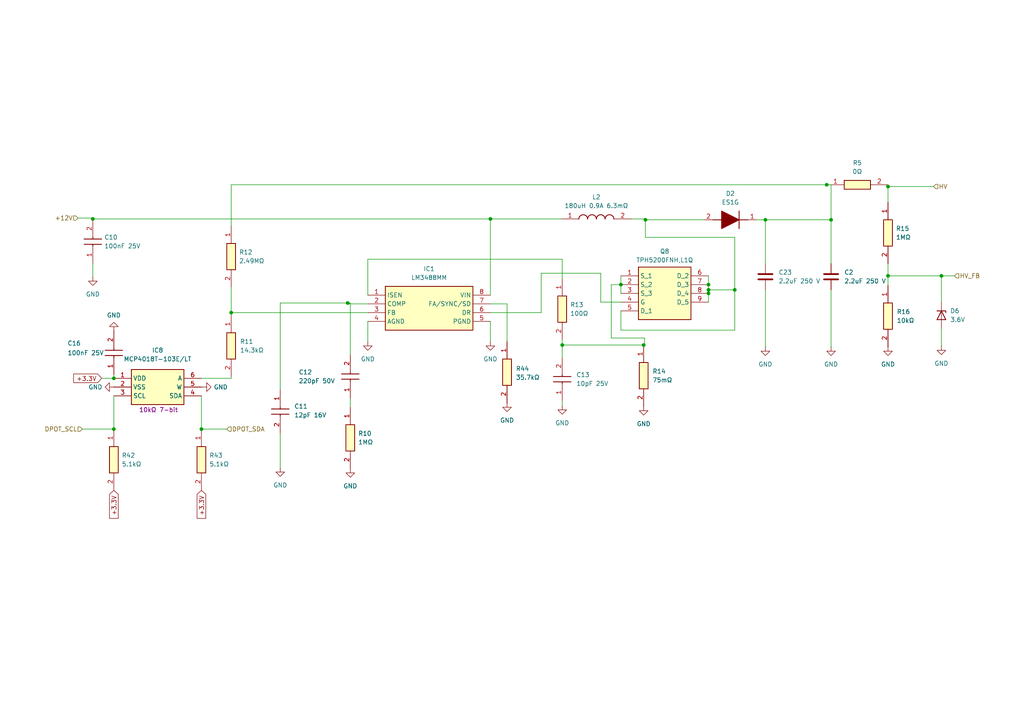
<source format=kicad_sch>
(kicad_sch (version 20231120) (generator "eeschema") (generator_version "8.0")
  (paper "A4")
  (lib_symbols
    (symbol "Device:C" (pin_numbers hide) (pin_names (offset 0.254))
      (property "Reference" "C" (at 0.635 2.54 0))
      (property "Value" "C" (at 0.635 -2.54 0))
      (symbol "C_0_1"
        (polyline (pts (xy -2.032 -0.762) (xy 2.032 -0.762)) (stroke (width 0.508)))
        (polyline (pts (xy -2.032 0.762) (xy 2.032 0.762)) (stroke (width 0.508)))
      )
      (symbol "C_1_1"
        (pin passive line (at 0 3.81 270) (length 2.794) (name "~") (number "1"))
        (pin passive line (at 0 -3.81 90) (length 2.794) (name "~") (number "2"))
      )
    )
    (symbol "Device:D_Zener" (pin_numbers hide) (pin_names (offset 1.016) hide)
      (property "Reference" "D" (at 0 2.54 0))
      (property "Value" "D_Zener" (at 0 -2.54 0))
      (symbol "D_Zener_0_1"
        (polyline (pts (xy 1.27 0) (xy -1.27 0)))
        (polyline (pts (xy -1.27 -1.27) (xy -1.27 1.27) (xy -0.762 1.27)) (stroke (width 0.254)))
        (polyline (pts (xy 1.27 -1.27) (xy 1.27 1.27) (xy -1.27 0) (xy 1.27 -1.27)) (stroke (width 0.254)))
      )
      (symbol "D_Zener_1_1"
        (pin passive line (at -3.81 0 0) (length 2.54) (name "K") (number "1"))
        (pin passive line (at 3.81 0 180) (length 2.54) (name "A") (number "2"))
      )
    )
    (symbol "SamacSys_Parts:74437529203331" (pin_names hide)
      (property "Reference" "L" (at 16.51 6.35 0))
      (property "Value" "74437529203331" (at 16.51 3.81 0))
      (symbol "74437529203331_1_1"
        (arc (start 7.62 0) (mid 6.35 1.219) (end 5.08 0) (stroke (width 0.254)))
        (arc (start 10.16 0) (mid 8.89 1.219) (end 7.62 0) (stroke (width 0.254)))
        (arc (start 12.7 0) (mid 11.43 1.219) (end 10.16 0) (stroke (width 0.254)))
        (arc (start 15.24 0) (mid 13.97 1.219) (end 12.7 0) (stroke (width 0.254)))
        (pin passive line (at 0 0 0) (length 5.08) (name "1") (number "1"))
        (pin passive line (at 20.32 0 180) (length 5.08) (name "2") (number "2"))
      )
    )
    (symbol "SamacSys_Parts:C0805C332K5RACTU" (pin_names hide)
      (property "Reference" "C" (at 8.89 6.35 0))
      (property "Value" "C0805C332K5RACTU" (at 8.89 3.81 0))
      (symbol "C0805C332K5RACTU_1_1"
        (polyline (pts (xy 5.08 0) (xy 5.588 0)) (stroke (width 0.254)))
        (polyline (pts (xy 5.588 2.54) (xy 5.588 -2.54)) (stroke (width 0.254)))
        (polyline (pts (xy 7.112 0) (xy 7.62 0)) (stroke (width 0.254)))
        (polyline (pts (xy 7.112 2.54) (xy 7.112 -2.54)) (stroke (width 0.254)))
        (pin passive line (at 0 0 0) (length 5.08) (name "1") (number "1"))
        (pin passive line (at 12.7 0 180) (length 5.08) (name "2") (number "2"))
      )
    )
    (symbol "SamacSys_Parts:CRCW04022K74FKED" (pin_names hide)
      (property "Reference" "R" (at 13.97 6.35 0))
      (property "Value" "CRCW04022K74FKED" (at 13.97 3.81 0))
      (symbol "CRCW04022K74FKED_1_1"
        (rectangle (start 5.08 1.27) (end 12.7 -1.27) (stroke (width 0.254)) (fill (type background)))
        (pin passive line (at 0 0 0) (length 5.08) (name "1") (number "1"))
        (pin passive line (at 17.78 0 180) (length 5.08) (name "2") (number "2"))
      )
    )
    (symbol "SamacSys_Parts:ERJ-UP6D5101V" (pin_names hide)
      (property "Reference" "R" (at 13.97 6.35 0))
      (property "Value" "ERJ-UP6D5101V" (at 13.97 3.81 0))
      (symbol "ERJ-UP6D5101V_1_1"
        (rectangle (start 5.08 1.27) (end 12.7 -1.27) (stroke (width 0.254)) (fill (type background)))
        (pin passive line (at 0 0 0) (length 5.08) (name "1") (number "1"))
        (pin passive line (at 17.78 0 180) (length 5.08) (name "2") (number "2"))
      )
    )
    (symbol "SamacSys_Parts:ES1G" (pin_names hide)
      (property "Reference" "D" (at 11.43 5.08 0))
      (property "Value" "ES1G" (at 11.43 2.54 0))
      (symbol "ES1G_1_1"
        (polyline (pts (xy 2.54 0) (xy 5.08 0)) (stroke (width 0.254)))
        (polyline (pts (xy 5.08 2.54) (xy 5.08 -2.54)) (stroke (width 0.254)))
        (polyline (pts (xy 10.16 0) (xy 12.7 0)) (stroke (width 0.254)))
        (polyline (pts (xy 5.08 0) (xy 10.16 2.54) (xy 10.16 -2.54) (xy 5.08 0)) (stroke (width 0.254)) (fill (type outline)))
        (pin passive line (at 0 0 0) (length 2.54) (name "K") (number "1"))
        (pin passive line (at 15.24 0 180) (length 2.54) (name "A") (number "2"))
      )
    )
    (symbol "SamacSys_Parts:GRM033R71E101KA01J" (pin_names hide)
      (property "Reference" "C" (at 8.89 6.35 0))
      (property "Value" "GRM033R71E101KA01J" (at 8.89 3.81 0))
      (symbol "GRM033R71E101KA01J_1_1"
        (polyline (pts (xy 5.08 0) (xy 5.588 0)) (stroke (width 0.254)))
        (polyline (pts (xy 5.588 2.54) (xy 5.588 -2.54)) (stroke (width 0.254)))
        (polyline (pts (xy 7.112 0) (xy 7.62 0)) (stroke (width 0.254)))
        (polyline (pts (xy 7.112 2.54) (xy 7.112 -2.54)) (stroke (width 0.254)))
        (pin passive line (at 0 0 0) (length 5.08) (name "1") (number "1"))
        (pin passive line (at 12.7 0 180) (length 5.08) (name "2") (number "2"))
      )
    )
    (symbol "SamacSys_Parts:LM3488MM"
      (property "Reference" "IC" (at 31.75 7.62 0))
      (property "Value" "LM3488MM" (at 31.75 5.08 0))
      (symbol "LM3488MM_1_1"
        (rectangle (start 5.08 2.54) (end 30.48 -10.16) (stroke (width 0.254)) (fill (type background)))
        (pin passive line (at 0 0 0) (length 5.08) (name "ISEN") (number "1"))
        (pin passive line (at 0 -2.54 0) (length 5.08) (name "COMP") (number "2"))
        (pin passive line (at 0 -5.08 0) (length 5.08) (name "FB") (number "3"))
        (pin passive line (at 0 -7.62 0) (length 5.08) (name "AGND") (number "4"))
        (pin passive line (at 35.56 -7.62 180) (length 5.08) (name "PGND") (number "5"))
        (pin passive line (at 35.56 -5.08 180) (length 5.08) (name "DR") (number "6"))
        (pin passive line (at 35.56 -2.54 180) (length 5.08) (name "FA/SYNC/SD") (number "7"))
        (pin passive line (at 35.56 0 180) (length 5.08) (name "VIN") (number "8"))
      )
    )
    (symbol "SamacSys_Parts:MCP4018T-502E_LT"
      (property "Reference" "IC" (at 21.59 7.62 0))
      (property "Value" "MCP4018T-502E_LT" (at 21.59 5.08 0))
      (symbol "MCP4018T-502E_LT_1_1"
        (rectangle (start 5.08 2.54) (end 20.32 -7.62) (stroke (width 0.254)) (fill (type background)))
        (pin passive line (at 0 0 0) (length 5.08) (name "VDD") (number "1"))
        (pin passive line (at 0 -2.54 0) (length 5.08) (name "VSS") (number "2"))
        (pin passive line (at 0 -5.08 0) (length 5.08) (name "SCL") (number "3"))
        (pin passive line (at 25.4 -5.08 180) (length 5.08) (name "SDA") (number "4"))
        (pin passive line (at 25.4 -2.54 180) (length 5.08) (name "W") (number "5"))
        (pin passive line (at 25.4 0 180) (length 5.08) (name "A") (number "6"))
      )
    )
    (symbol "SamacSys_Parts:RK73H2ATTE1003F" (pin_names hide)
      (property "Reference" "R" (at 13.97 6.35 0))
      (property "Value" "RK73H2ATTE1003F" (at 13.97 3.81 0))
      (symbol "RK73H2ATTE1003F_1_1"
        (rectangle (start 5.08 1.27) (end 12.7 -1.27) (stroke (width 0.254)) (fill (type background)))
        (pin passive line (at 0 0 0) (length 5.08) (name "1") (number "1"))
        (pin passive line (at 17.78 0 180) (length 5.08) (name "2") (number "2"))
      )
    )
    (symbol "SamacSys_Parts:TPHR6503PL1,LQ"
      (property "Reference" "Q" (at 21.59 7.62 0))
      (property "Value" "TPHR6503PL1,LQ" (at 21.59 5.08 0))
      (symbol "TPHR6503PL1,LQ_1_1"
        (rectangle (start 5.08 2.54) (end 20.32 -12.7) (stroke (width 0.254)) (fill (type background)))
        (pin passive line (at 0 0 0) (length 5.08) (name "S_1") (number "1"))
        (pin passive line (at 0 -2.54 0) (length 5.08) (name "S_2") (number "2"))
        (pin passive line (at 0 -5.08 0) (length 5.08) (name "S_3") (number "3"))
        (pin passive line (at 0 -7.62 0) (length 5.08) (name "G") (number "4"))
        (pin passive line (at 0 -10.16 0) (length 5.08) (name "D_1") (number "5"))
        (pin passive line (at 25.4 0 180) (length 5.08) (name "D_2") (number "6"))
        (pin passive line (at 25.4 -2.54 180) (length 5.08) (name "D_3") (number "7"))
        (pin passive line (at 25.4 -5.08 180) (length 5.08) (name "D_4") (number "8"))
        (pin passive line (at 25.4 -7.62 180) (length 5.08) (name "D_5") (number "9"))
      )
    )
    (symbol "power:GND" (power) (pin_numbers hide) (pin_names (offset 0) hide)
      (property "Value" "GND" (at 0 -3.81 0))
      (symbol "GND_0_1"
        (polyline (pts (xy 0 0) (xy 0 -1.27) (xy 1.27 -1.27) (xy 0 -2.54) (xy -1.27 -1.27) (xy 0 -1.27)))
      )
      (symbol "GND_1_1"
        (pin power_in line (at 0 0 270) (length 0) (name "~") (number "1"))
      )
    )
  )
  (junction (at 67.056 90.678))
  (junction (at 257.556 80.01))
  (junction (at 187.198 63.754))
  (junction (at 205.486 82.55))
  (junction (at 205.486 85.09))
  (junction (at 273.05 80.01))
  (junction (at 205.486 84.074))
  (junction (at 257.556 54.102))
  (junction (at 58.42 124.46))
  (junction (at 186.69 100.076))
  (junction (at 239.776 53.594))
  (junction (at 142.24 63.5))
  (junction (at 33.02 109.728))
  (junction (at 100.838 87.884))
  (junction (at 213.106 84.074))
  (junction (at 180.086 82.55))
  (junction (at 33.02 124.46))
  (junction (at 221.996 63.754))
  (junction (at 163.068 100.076))
  (junction (at 26.924 63.5))
  (junction (at 241.046 63.754))
  (wire (pts (xy 67.056 90.678) (xy 67.056 91.44)))
  (wire (pts (xy 180.086 95.758) (xy 213.106 95.758)))
  (wire (pts (xy 67.056 83.312) (xy 67.056 90.678)))
  (wire (pts (xy 142.24 93.218) (xy 142.24 99.06)))
  (wire (pts (xy 221.996 63.754) (xy 241.046 63.754)))
  (wire (pts (xy 29.464 109.728) (xy 33.02 109.728)))
  (wire (pts (xy 26.924 63.246) (xy 26.924 63.5)))
  (wire (pts (xy 81.28 125.73) (xy 81.28 135.636)))
  (wire (pts (xy 67.056 109.728) (xy 67.056 109.22)))
  (wire (pts (xy 213.106 84.074) (xy 213.106 95.758)))
  (wire (pts (xy 142.24 85.598) (xy 142.24 63.5)))
  (wire (pts (xy 147.066 99.06) (xy 147.066 88.138)))
  (wire (pts (xy 241.046 63.754) (xy 241.046 76.454)))
  (wire (pts (xy 273.05 100.33) (xy 273.05 95.25)))
  (wire (pts (xy 239.776 53.594) (xy 241.046 53.594)))
  (wire (pts (xy 26.924 76.454) (xy 26.924 80.264)))
  (wire (pts (xy 163.068 80.772) (xy 163.068 75.184)))
  (wire (pts (xy 174.244 79.248) (xy 174.244 87.63)))
  (wire (pts (xy 213.106 68.834) (xy 187.198 68.834)))
  (wire (pts (xy 205.486 84.074) (xy 213.106 84.074)))
  (wire (pts (xy 241.046 84.074) (xy 241.046 100.584)))
  (wire (pts (xy 58.42 112.268) (xy 58.674 112.268)))
  (wire (pts (xy 177.292 98.044) (xy 186.944 98.044)))
  (wire (pts (xy 67.056 53.594) (xy 239.776 53.594)))
  (wire (pts (xy 177.292 82.55) (xy 177.292 98.044)))
  (wire (pts (xy 163.068 100.076) (xy 186.69 100.076)))
  (wire (pts (xy 221.996 84.074) (xy 221.996 100.584)))
  (wire (pts (xy 205.486 85.09) (xy 205.486 87.63)))
  (wire (pts (xy 58.42 109.728) (xy 67.056 109.728)))
  (wire (pts (xy 147.066 88.138) (xy 142.24 88.138)))
  (wire (pts (xy 106.68 90.678) (xy 67.056 90.678)))
  (wire (pts (xy 257.556 54.102) (xy 257.556 58.674)))
  (wire (pts (xy 58.42 114.808) (xy 58.42 124.46)))
  (wire (pts (xy 205.486 82.55) (xy 205.486 84.074)))
  (wire (pts (xy 186.944 98.044) (xy 186.944 100.076)))
  (wire (pts (xy 187.198 63.754) (xy 204.216 63.754)))
  (wire (pts (xy 101.6 115.57) (xy 101.6 118.11)))
  (wire (pts (xy 106.68 93.218) (xy 106.68 99.06)))
  (wire (pts (xy 183.134 63.5) (xy 187.198 63.5)))
  (wire (pts (xy 26.924 63.5) (xy 142.24 63.5)))
  (wire (pts (xy 174.244 87.63) (xy 180.086 87.63)))
  (wire (pts (xy 22.606 63.246) (xy 26.924 63.246)))
  (wire (pts (xy 26.924 63.5) (xy 26.924 63.754)))
  (wire (pts (xy 100.838 88.138) (xy 100.838 87.884)))
  (wire (pts (xy 174.244 79.248) (xy 156.972 79.248)))
  (wire (pts (xy 273.05 80.01) (xy 273.05 87.63)))
  (wire (pts (xy 187.198 63.754) (xy 187.198 63.5)))
  (wire (pts (xy 257.556 76.454) (xy 257.556 80.01)))
  (wire (pts (xy 67.056 53.594) (xy 67.056 65.532)))
  (wire (pts (xy 106.68 75.184) (xy 106.68 85.598)))
  (wire (pts (xy 257.556 53.594) (xy 257.556 54.102)))
  (wire (pts (xy 142.24 63.5) (xy 162.814 63.5)))
  (wire (pts (xy 270.764 54.102) (xy 257.556 54.102)))
  (wire (pts (xy 221.996 63.754) (xy 221.996 76.454)))
  (wire (pts (xy 213.106 68.834) (xy 213.106 84.074)))
  (wire (pts (xy 205.486 80.01) (xy 205.486 82.55)))
  (wire (pts (xy 163.068 116.332) (xy 163.068 117.602)))
  (wire (pts (xy 180.086 80.01) (xy 180.086 82.55)))
  (wire (pts (xy 33.02 124.206) (xy 33.02 114.808)))
  (wire (pts (xy 163.068 100.076) (xy 163.068 98.552)))
  (wire (pts (xy 101.6 102.87) (xy 101.6 87.884)))
  (wire (pts (xy 23.876 124.46) (xy 33.02 124.46)))
  (wire (pts (xy 180.086 82.55) (xy 180.086 85.09)))
  (wire (pts (xy 156.972 79.248) (xy 156.972 90.678)))
  (wire (pts (xy 106.68 75.184) (xy 163.068 75.184)))
  (wire (pts (xy 33.02 108.712) (xy 33.02 109.728)))
  (wire (pts (xy 33.274 124.46) (xy 33.274 124.206)))
  (wire (pts (xy 205.486 84.074) (xy 205.486 85.09)))
  (wire (pts (xy 81.28 87.884) (xy 100.838 87.884)))
  (wire (pts (xy 257.556 80.01) (xy 273.05 80.01)))
  (wire (pts (xy 100.838 88.138) (xy 106.68 88.138)))
  (wire (pts (xy 257.556 82.804) (xy 257.556 80.01)))
  (wire (pts (xy 180.086 90.17) (xy 180.086 95.758)))
  (wire (pts (xy 58.42 124.46) (xy 65.786 124.46)))
  (wire (pts (xy 142.24 90.678) (xy 156.972 90.678)))
  (wire (pts (xy 33.274 124.206) (xy 33.02 124.206)))
  (wire (pts (xy 81.28 87.884) (xy 81.28 113.03)))
  (wire (pts (xy 273.05 80.01) (xy 276.86 80.01)))
  (wire (pts (xy 219.456 63.754) (xy 221.996 63.754)))
  (wire (pts (xy 101.6 87.884) (xy 100.838 87.884)))
  (wire (pts (xy 163.068 103.632) (xy 163.068 100.076)))
  (wire (pts (xy 180.086 82.55) (xy 177.292 82.55)))
  (wire (pts (xy 186.944 100.076) (xy 186.69 100.076)))
  (wire (pts (xy 187.198 68.834) (xy 187.198 63.754)))
  (wire (pts (xy 241.046 63.754) (xy 241.046 53.594)))
  (wire (pts (xy 33.02 124.46) (xy 33.274 124.46)))
  (global_label "+3.3V" (shape input) (at 29.464 109.728 180) (property "Intersheetrefs" "${INTERSHEET_REFS}" (effects (hide yes))))
  (global_label "+3.3V" (shape input) (at 58.42 142.24 270) (property "Intersheetrefs" "${INTERSHEET_REFS}" (effects (hide yes))))
  (global_label "+3.3V" (shape input) (at 33.02 142.24 270) (property "Intersheetrefs" "${INTERSHEET_REFS}" (effects (hide yes))))
  (hierarchical_label "HV" (shape input) (at 270.764 54.102 0))
  (hierarchical_label "DPOT_SCL" (shape input) (at 23.876 124.46 180))
  (hierarchical_label "DPOT_SDA" (shape input) (at 65.786 124.46 0))
  (hierarchical_label "+12V" (shape input) (at 22.606 63.246 180))
  (hierarchical_label "HV_FB" (shape input) (at 276.86 80.01 0))
  (symbol (lib_id "Device:D_Zener") (at 273.05 91.44 270) (unit 1)
    (property "Reference" "D6" (at 275.59 90.1699 90) (effects (justify left)))
    (property "Value" "3.6V" (at 275.59 92.7099 90) (effects (justify left)))
    (property "Footprint" "Diode_SMD:D_0805_2012Metric_Pad1.15x1.40mm_HandSolder" (effects (hide yes)))
    (property "Description" "Zener diode" (effects (hide yes)))
  )
  (symbol (lib_id "SamacSys_Parts:CRCW04022K74FKED") (at 239.776 53.594 0) (unit 1)
    (property "Reference" "R5" (at 248.666 47.244 0))
    (property "Value" "0Ω" (at 248.666 49.784 0))
    (property "Footprint" "Resistor_SMD:R_0805_2012Metric_Pad1.20x1.40mm_HandSolder" (effects (hide yes)))
    (property "Datasheet" "http://www.vishay.com/docs/20035/dcrcwe3.pdf" (effects (hide yes)))
    (property "Description" "CRCW0402 Resistor T/R 0.063W,1%,2K74 Vishay CRCW Series Thick Film Surface Mount Resistor 0402 Case 2.74k?? ??1% 0.063W ??100ppm/??C" (effects (hide yes)))
    (property "Height" "0.4" (effects (hide yes)))
    (property "Mouser Part Number" "71-CRCW0402-2.74K-E3" (effects (hide yes)))
    (property "Mouser Price/Stock" "https://www.mouser.co.uk/ProductDetail/Vishay-Dale/CRCW04022K74FKED?qs=hD42E%2F8yzjqhiq0MwGcz5A%3D%3D" (effects (hide yes)))
    (property "Manufacturer_Name" "Vishay" (effects (hide yes)))
    (property "Manufacturer_Part_Number" "CRCW04022K74FKED" (effects (hide yes)))
  )
  (symbol (lib_id "power:GND") (at 33.02 96.012 180) (unit 1)
    (property "Reference" "#PWR043" (effects (hide yes)))
    (property "Value" "GND" (at 33.02 91.44 0))
    (property "Description" "Power symbol creates a global label with name \"GND\" , ground" (effects (hide yes)))
  )
  (symbol (lib_id "Device:C") (at 221.996 80.264 0) (unit 1)
    (property "Reference" "C23" (at 225.806 78.9939 0) (effects (justify left)))
    (property "Value" "2.2uF 250 V" (at 225.806 81.5339 0) (effects (justify left)))
    (property "Footprint" "Capacitor_SMD:C_2220_5750Metric_Pad1.97x5.40mm_HandSolder" (effects (hide yes)))
    (property "Datasheet" "https://www.mouser.pl/ProductDetail/Walsin/2220B225K251CT?qs=sGAEpiMZZMuMW9TJLBQkXvktLz2usZXLDwQYBV3X4cc%3D" (effects (hide yes)))
    (property "Description" "Unpolarized capacitor" (effects (hide yes)))
  )
  (symbol (lib_id "power:GND") (at 81.28 135.636 0) (unit 1)
    (property "Reference" "#PWR022" (effects (hide yes)))
    (property "Value" "GND" (at 81.28 140.716 0))
    (property "Description" "Power symbol creates a global label with name \"GND\" , ground" (effects (hide yes)))
  )
  (symbol (lib_id "SamacSys_Parts:GRM033R71E101KA01J") (at 101.6 115.57 90) (unit 1)
    (property "Reference" "C12" (at 86.614 107.95 90) (effects (justify right)))
    (property "Value" "220pF 50V" (at 86.614 110.49 90) (effects (justify right)))
    (property "Footprint" "Capacitor_SMD:C_0805_2012Metric_Pad1.18x1.45mm_HandSolder" (effects (hide yes)))
    (property "Datasheet" "https://search.murata.co.jp/Ceramy/image/img/A01X/G101/ENG/GRM033R71E101KA01-01A.pdf" (effects (hide yes)))
    (property "Description" "Multilayer Ceramic Capacitors MLCC - SMD/SMT 100pF 25 volts 10%" (effects (hide yes)))
    (property "Height" "0.5" (effects (hide yes)))
    (property "Mouser Part Number" "81-GRM033R71E101KA1J" (effects (hide yes)))
    (property "Mouser Price/Stock" "https://www.mouser.co.uk/ProductDetail/Murata-Electronics/GRM033R71E101KA01J?qs=563MOeNa05Lmru4oTW10Jw%3D%3D" (effects (hide yes)))
    (property "Manufacturer_Name" "Murata Electronics" (effects (hide yes)))
    (property "Manufacturer_Part_Number" "GRM033R71E101KA01J" (effects (hide yes)))
  )
  (symbol (lib_id "SamacSys_Parts:74437529203331") (at 162.814 63.5 0) (unit 1)
    (property "Reference" "L2" (at 172.974 57.15 0))
    (property "Value" "180uH 0.9A 6.3mΩ" (at 172.974 59.69 0))
    (property "Footprint" "Inductor_SMD:L_12x12mm_H6mm" (effects (hide yes)))
    (property "Datasheet" "https://katalog.we-online.de/pbs/datasheet/74437529203331.pdf" (effects (hide yes)))
    (property "Description" "WURTH ELEKTRONIK - 74437529203331 - INDUCTOR, 330UH, 6.1A, 20%, SHIELDED" (effects (hide yes)))
    (property "Height" "20.5" (effects (hide yes)))
    (property "Mouser Part Number" "710-74437529203331" (effects (hide yes)))
    (property "Mouser Price/Stock" "https://www.mouser.co.uk/ProductDetail/Wurth-Elektronik/74437529203331?qs=f9yNj16SXrJKb%252BtIC2CsHA%3D%3D" (effects (hide yes)))
    (property "Manufacturer_Name" "Wurth Elektronik" (effects (hide yes)))
    (property "Manufacturer_Part_Number" "74437529203331" (effects (hide yes)))
  )
  (symbol (lib_id "Device:C") (at 241.046 80.264 0) (unit 1)
    (property "Reference" "C2" (at 244.856 78.9939 0) (effects (justify left)))
    (property "Value" "2.2uF 250 V" (at 244.856 81.5339 0) (effects (justify left)))
    (property "Footprint" "Capacitor_SMD:C_2220_5750Metric_Pad1.97x5.40mm_HandSolder" (effects (hide yes)))
    (property "Datasheet" "https://www.mouser.pl/ProductDetail/Walsin/2220B225K251CT?qs=sGAEpiMZZMuMW9TJLBQkXvktLz2usZXLDwQYBV3X4cc%3D" (effects (hide yes)))
    (property "Description" "Unpolarized capacitor" (effects (hide yes)))
  )
  (symbol (lib_id "SamacSys_Parts:ERJ-UP6D5101V") (at 58.42 124.46 270) (unit 1)
    (property "Reference" "R43" (at 60.706 132.0799 90) (effects (justify left)))
    (property "Value" "5.1kΩ" (at 60.706 134.6199 90) (effects (justify left)))
    (property "Footprint" "Resistor_SMD:R_0805_2012Metric_Pad1.20x1.40mm_HandSolder" (effects (hide yes)))
    (property "Datasheet" "https://industrial.panasonic.com/cdbs/www-data/pdf/RDP0000/AOA0000C337.pdf" (effects (hide yes)))
    (property "Description" "Anti-Sulfurated Thick Film Chip Resistors/ Anti-Surge Type, Power Rating (W): 0.5, Chip Size (LxW(EIA)) (mm): 2.0 x 1.25 (EIA:0805), Resistance Values (?): 5100, Resistance Tolerance (%): 0.5, T.C.R (?102/K): ?100" (effects (hide yes)))
    (property "Height" "0.7" (effects (hide yes)))
    (property "Mouser Part Number" "667-ERJ-UP6D5101V" (effects (hide yes)))
    (property "Mouser Price/Stock" "https://www.mouser.co.uk/ProductDetail/Panasonic/ERJ-UP6D5101V?qs=ZcfC38r4Pouz7%2FLHthUDHQ%3D%3D" (effects (hide yes)))
    (property "Manufacturer_Name" "Panasonic" (effects (hide yes)))
    (property "Manufacturer_Part_Number" "ERJ-UP6D5101V" (effects (hide yes)))
  )
  (symbol (lib_id "power:GND") (at 58.674 112.268 90) (unit 1)
    (property "Reference" "#PWR024" (effects (hide yes)))
    (property "Value" "GND" (at 61.976 112.2679 90) (effects (justify right)))
    (property "Description" "Power symbol creates a global label with name \"GND\" , ground" (effects (hide yes)))
  )
  (symbol (lib_id "SamacSys_Parts:CRCW04022K74FKED") (at 101.6 118.11 270) (unit 1)
    (property "Reference" "R10" (at 103.886 125.7299 90) (effects (justify left)))
    (property "Value" "1MΩ" (at 103.886 128.2699 90) (effects (justify left)))
    (property "Footprint" "Resistor_SMD:R_1206_3216Metric_Pad1.30x1.75mm_HandSolder" (effects (hide yes)))
    (property "Datasheet" "http://www.vishay.com/docs/20035/dcrcwe3.pdf" (effects (hide yes)))
    (property "Description" "CRCW0402 Resistor T/R 0.063W,1%,2K74 Vishay CRCW Series Thick Film Surface Mount Resistor 0402 Case 2.74k?? ??1% 0.063W ??100ppm/??C" (effects (hide yes)))
    (property "Height" "0.4" (effects (hide yes)))
    (property "Mouser Part Number" "71-CRCW0402-2.74K-E3" (effects (hide yes)))
    (property "Mouser Price/Stock" "https://www.mouser.co.uk/ProductDetail/Vishay-Dale/CRCW04022K74FKED?qs=hD42E%2F8yzjqhiq0MwGcz5A%3D%3D" (effects (hide yes)))
    (property "Manufacturer_Name" "Vishay" (effects (hide yes)))
    (property "Manufacturer_Part_Number" "CRCW04022K74FKED" (effects (hide yes)))
  )
  (symbol (lib_id "SamacSys_Parts:ES1G") (at 219.456 63.754 180) (unit 1)
    (property "Reference" "D2" (at 211.836 56.134 0))
    (property "Value" "ES1G" (at 211.836 58.674 0))
    (property "Footprint" "DIOM5227X260N" (effects (hide yes)))
    (property "Datasheet" "https://www.onsemi.com/pdf/datasheet/es1j-d.pdf" (effects (hide yes)))
    (property "Description" "Rectifiers 1.0 A Ultra Fast Recovery Rect" (effects (hide yes)))
    (property "Height" "2.6" (effects (hide yes)))
    (property "Mouser Part Number" "512-ES1G" (effects (hide yes)))
    (property "Mouser Price/Stock" "https://www.mouser.co.uk/ProductDetail/onsemi-Fairchild/ES1G?qs=ZaZfTJZxipjU7h0zd5PGAw%3D%3D" (effects (hide yes)))
    (property "Manufacturer_Name" "onsemi" (effects (hide yes)))
    (property "Manufacturer_Part_Number" "ES1G" (effects (hide yes)))
  )
  (symbol (lib_id "power:GND") (at 273.05 100.33 0) (unit 1)
    (property "Reference" "#PWR05" (effects (hide yes)))
    (property "Value" "GND" (at 273.05 105.41 0))
    (property "Description" "Power symbol creates a global label with name \"GND\" , ground" (effects (hide yes)))
  )
  (symbol (lib_id "SamacSys_Parts:MCP4018T-502E_LT") (at 33.02 109.728 0) (unit 1)
    (property "Reference" "IC8" (at 45.72 101.6 0))
    (property "Value" "MCP4018T-103E/LT" (at 45.72 104.14 0))
    (property "Footprint" "SOT65P210X110-6N" (effects (hide yes)))
    (property "Datasheet" "https://datasheet.datasheetarchive.com/originals/distributors/Datasheets-DGA14/624353.pdf" (effects (hide yes)))
    (property "Description" "10kΩ 7-bit" (at 45.974 118.872 0))
    (property "Height" "1.1" (effects (hide yes)))
    (property "Mouser Part Number" "579-MCP4018T502ELT" (effects (hide yes)))
    (property "Mouser Price/Stock" "https://www.mouser.co.uk/ProductDetail/Microchip-Technology/MCP4018T-502E-LT?qs=b4vKS93X7SzuTyLLpFMzBg%3D%3D" (effects (hide yes)))
    (property "Manufacturer_Name" "Microchip" (effects (hide yes)))
    (property "Manufacturer_Part_Number" "MCP4018T-502E/LT" (effects (hide yes)))
  )
  (symbol (lib_id "SamacSys_Parts:CRCW04022K74FKED") (at 257.556 82.804 270) (unit 1)
    (property "Reference" "R16" (at 260.096 90.4239 90) (effects (justify left)))
    (property "Value" "10kΩ" (at 260.096 92.9639 90) (effects (justify left)))
    (property "Footprint" "Resistor_SMD:R_0805_2012Metric_Pad1.20x1.40mm_HandSolder" (effects (hide yes)))
    (property "Datasheet" "http://www.vishay.com/docs/20035/dcrcwe3.pdf" (effects (hide yes)))
    (property "Description" "CRCW0402 Resistor T/R 0.063W,1%,2K74 Vishay CRCW Series Thick Film Surface Mount Resistor 0402 Case 2.74k?? ??1% 0.063W ??100ppm/??C" (effects (hide yes)))
    (property "Height" "0.4" (effects (hide yes)))
    (property "Mouser Part Number" "71-CRCW0402-2.74K-E3" (effects (hide yes)))
    (property "Mouser Price/Stock" "https://www.mouser.co.uk/ProductDetail/Vishay-Dale/CRCW04022K74FKED?qs=hD42E%2F8yzjqhiq0MwGcz5A%3D%3D" (effects (hide yes)))
    (property "Manufacturer_Name" "Vishay" (effects (hide yes)))
    (property "Manufacturer_Part_Number" "CRCW04022K74FKED" (effects (hide yes)))
  )
  (symbol (lib_id "power:GND") (at 106.68 99.06 0) (unit 1)
    (property "Reference" "#PWR018" (effects (hide yes)))
    (property "Value" "GND" (at 106.68 104.14 0))
    (property "Description" "Power symbol creates a global label with name \"GND\" , ground" (effects (hide yes)))
  )
  (symbol (lib_id "power:GND") (at 257.556 100.584 0) (unit 1)
    (property "Reference" "#PWR042" (effects (hide yes)))
    (property "Value" "GND" (at 257.556 105.664 0))
    (property "Description" "Power symbol creates a global label with name \"GND\" , ground" (effects (hide yes)))
  )
  (symbol (lib_id "SamacSys_Parts:GRM033R71E101KA01J") (at 163.068 116.332 90) (unit 1)
    (property "Reference" "C13" (at 167.132 108.7119 90) (effects (justify right)))
    (property "Value" "10pF 25V" (at 167.132 111.2519 90) (effects (justify right)))
    (property "Footprint" "Capacitor_SMD:C_0805_2012Metric_Pad1.18x1.45mm_HandSolder" (effects (hide yes)))
    (property "Datasheet" "https://search.murata.co.jp/Ceramy/image/img/A01X/G101/ENG/GRM033R71E101KA01-01A.pdf" (effects (hide yes)))
    (property "Description" "Multilayer Ceramic Capacitors MLCC - SMD/SMT 100pF 25 volts 10%" (effects (hide yes)))
    (property "Height" "0.5" (effects (hide yes)))
    (property "Mouser Part Number" "81-GRM033R71E101KA1J" (effects (hide yes)))
    (property "Mouser Price/Stock" "https://www.mouser.co.uk/ProductDetail/Murata-Electronics/GRM033R71E101KA01J?qs=563MOeNa05Lmru4oTW10Jw%3D%3D" (effects (hide yes)))
    (property "Manufacturer_Name" "Murata Electronics" (effects (hide yes)))
    (property "Manufacturer_Part_Number" "GRM033R71E101KA01J" (effects (hide yes)))
  )
  (symbol (lib_id "SamacSys_Parts:TPHR6503PL1,LQ") (at 180.086 80.01 0) (unit 1)
    (property "Reference" "Q8" (at 192.786 72.898 0))
    (property "Value" "TPH5200FNH,L1Q" (at 192.786 75.438 0))
    (property "Footprint" "TPHR6503PL1LQ" (effects (hide yes)))
    (property "Datasheet" "https://toshiba.semicon-storage.com/eu/semiconductor/product/mosfets/12v-300v-mosfets/detail.TPHR6503PL1.html" (effects (hide yes)))
    (property "Description" "N-Channel 30 V 150A (Tc) 960mW (Ta), 210W (Tc) Surface Mount 8-SOP Advance (5x5.75)" (effects (hide yes)))
    (property "Height" "1.1" (effects (hide yes)))
    (property "Mouser Part Number" "757-TPHR6503PL1LQ" (effects (hide yes)))
    (property "Mouser Price/Stock" "https://www.mouser.co.uk/ProductDetail/Toshiba/TPHR6503PL1LQ?qs=QNEnbhJQKvYzrm%252BVKo%252BntQ%3D%3D" (effects (hide yes)))
    (property "Manufacturer_Name" "Toshiba" (effects (hide yes)))
    (property "Manufacturer_Part_Number" "TPHR6503PL1,LQ" (effects (hide yes)))
  )
  (symbol (lib_id "SamacSys_Parts:CRCW04022K74FKED") (at 67.056 65.532 270) (unit 1)
    (property "Reference" "R12" (at 69.342 73.1519 90) (effects (justify left)))
    (property "Value" "2.49MΩ" (at 69.342 75.6919 90) (effects (justify left)))
    (property "Footprint" "Resistor_SMD:R_1206_3216Metric_Pad1.30x1.75mm_HandSolder" (effects (hide yes)))
    (property "Datasheet" "http://www.vishay.com/docs/20035/dcrcwe3.pdf" (effects (hide yes)))
    (property "Description" "CRCW0402 Resistor T/R 0.063W,1%,2K74 Vishay CRCW Series Thick Film Surface Mount Resistor 0402 Case 2.74k?? ??1% 0.063W ??100ppm/??C" (effects (hide yes)))
    (property "Height" "0.4" (effects (hide yes)))
    (property "Mouser Part Number" "71-CRCW0402-2.74K-E3" (effects (hide yes)))
    (property "Mouser Price/Stock" "https://www.mouser.co.uk/ProductDetail/Vishay-Dale/CRCW04022K74FKED?qs=hD42E%2F8yzjqhiq0MwGcz5A%3D%3D" (effects (hide yes)))
    (property "Manufacturer_Name" "Vishay" (effects (hide yes)))
    (property "Manufacturer_Part_Number" "CRCW04022K74FKED" (effects (hide yes)))
  )
  (symbol (lib_id "SamacSys_Parts:RK73H2ATTE1003F") (at 147.066 99.06 270) (unit 1)
    (property "Reference" "R44" (at 149.606 106.934 90) (effects (justify left)))
    (property "Value" "35.7kΩ" (at 149.606 109.474 90) (effects (justify left)))
    (property "Footprint" "Resistor_SMD:R_0805_2012Metric_Pad1.20x1.40mm_HandSolder" (effects (hide yes)))
    (property "Datasheet" "http://www.koaspeer.com/catimages/Products/RK73H/RK73H.pdf" (effects (hide yes)))
    (property "Description" "Thick Film Resistors - SMD 1/4W 100K OHM 1%" (effects (hide yes)))
    (property "Height" "0.6" (effects (hide yes)))
    (property "Mouser Part Number" "660-RK73H2ATTE1003F" (effects (hide yes)))
    (property "Mouser Price/Stock" "https://www.mouser.co.uk/ProductDetail/KOA-Speer/RK73H2ATTE1003F?qs=JXEKNMc11mPgE5iv74bcPQ%3D%3D" (effects (hide yes)))
    (property "Manufacturer_Name" "KOA Speer" (effects (hide yes)))
    (property "Manufacturer_Part_Number" "RK73H2ATTE1003F" (effects (hide yes)))
  )
  (symbol (lib_id "SamacSys_Parts:CRCW04022K74FKED") (at 67.056 91.44 270) (unit 1)
    (property "Reference" "R11" (at 69.596 99.0599 90) (effects (justify left)))
    (property "Value" "14.3kΩ" (at 69.596 101.5999 90) (effects (justify left)))
    (property "Footprint" "Resistor_SMD:R_0805_2012Metric_Pad1.20x1.40mm_HandSolder" (effects (hide yes)))
    (property "Datasheet" "http://www.vishay.com/docs/20035/dcrcwe3.pdf" (effects (hide yes)))
    (property "Description" "CRCW0402 Resistor T/R 0.063W,1%,2K74 Vishay CRCW Series Thick Film Surface Mount Resistor 0402 Case 2.74k?? ??1% 0.063W ??100ppm/??C" (effects (hide yes)))
    (property "Height" "0.4" (effects (hide yes)))
    (property "Mouser Part Number" "71-CRCW0402-2.74K-E3" (effects (hide yes)))
    (property "Mouser Price/Stock" "https://www.mouser.co.uk/ProductDetail/Vishay-Dale/CRCW04022K74FKED?qs=hD42E%2F8yzjqhiq0MwGcz5A%3D%3D" (effects (hide yes)))
    (property "Manufacturer_Name" "Vishay" (effects (hide yes)))
    (property "Manufacturer_Part_Number" "CRCW04022K74FKED" (effects (hide yes)))
  )
  (symbol (lib_id "SamacSys_Parts:LM3488MM") (at 106.68 85.598 0) (unit 1)
    (property "Reference" "IC1" (at 124.46 77.978 0))
    (property "Value" "LM3488MM" (at 124.46 80.518 0))
    (property "Footprint" "SOP65P490X110-8N" (effects (hide yes)))
    (property "Datasheet" "http://www.ti.com/lit/ds/symlink/lm3488.pdf" (effects (hide yes)))
    (property "Description" "2.97V to 40V Wide Vin Low-Side N-Channel Controller for Switching Regulators" (effects (hide yes)))
    (property "Height" "1.1" (effects (hide yes)))
    (property "Mouser Part Number" "926-LM3488MM" (effects (hide yes)))
    (property "Mouser Price/Stock" "https://www.mouser.co.uk/ProductDetail/Texas-Instruments/LM3488MM?qs=X1J7HmVL2ZF99wiIrTysxw%3D%3D" (effects (hide yes)))
    (property "Manufacturer_Name" "Texas Instruments" (effects (hide yes)))
    (property "Manufacturer_Part_Number" "LM3488MM" (effects (hide yes)))
  )
  (symbol (lib_id "SamacSys_Parts:GRM033R71E101KA01J") (at 33.02 108.712 90) (unit 1)
    (property "Reference" "C16" (at 19.558 99.568 90) (effects (justify right)))
    (property "Value" "100nF 25V" (at 19.558 102.362 90) (effects (justify right)))
    (property "Footprint" "Capacitor_SMD:C_0805_2012Metric_Pad1.18x1.45mm_HandSolder" (effects (hide yes)))
    (property "Datasheet" "https://search.murata.co.jp/Ceramy/image/img/A01X/G101/ENG/GRM033R71E101KA01-01A.pdf" (effects (hide yes)))
    (property "Description" "Multilayer Ceramic Capacitors MLCC - SMD/SMT 100pF 25 volts 10%" (effects (hide yes)))
    (property "Height" "0.5" (effects (hide yes)))
    (property "Mouser Part Number" "81-GRM033R71E101KA1J" (effects (hide yes)))
    (property "Mouser Price/Stock" "https://www.mouser.co.uk/ProductDetail/Murata-Electronics/GRM033R71E101KA01J?qs=563MOeNa05Lmru4oTW10Jw%3D%3D" (effects (hide yes)))
    (property "Manufacturer_Name" "Murata Electronics" (effects (hide yes)))
    (property "Manufacturer_Part_Number" "GRM033R71E101KA01J" (effects (hide yes)))
  )
  (symbol (lib_id "SamacSys_Parts:CRCW04022K74FKED") (at 257.556 58.674 270) (unit 1)
    (property "Reference" "R15" (at 259.842 66.2939 90) (effects (justify left)))
    (property "Value" "1MΩ" (at 259.842 68.8339 90) (effects (justify left)))
    (property "Footprint" "Resistor_SMD:R_1206_3216Metric_Pad1.30x1.75mm_HandSolder" (effects (hide yes)))
    (property "Datasheet" "http://www.vishay.com/docs/20035/dcrcwe3.pdf" (effects (hide yes)))
    (property "Description" "CRCW0402 Resistor T/R 0.063W,1%,2K74 Vishay CRCW Series Thick Film Surface Mount Resistor 0402 Case 2.74k?? ??1% 0.063W ??100ppm/??C" (effects (hide yes)))
    (property "Height" "0.4" (effects (hide yes)))
    (property "Mouser Part Number" "71-CRCW0402-2.74K-E3" (effects (hide yes)))
    (property "Mouser Price/Stock" "https://www.mouser.co.uk/ProductDetail/Vishay-Dale/CRCW04022K74FKED?qs=hD42E%2F8yzjqhiq0MwGcz5A%3D%3D" (effects (hide yes)))
    (property "Manufacturer_Name" "Vishay" (effects (hide yes)))
    (property "Manufacturer_Part_Number" "CRCW04022K74FKED" (effects (hide yes)))
  )
  (symbol (lib_id "power:GND") (at 241.046 100.584 0) (unit 1)
    (property "Reference" "#PWR027" (effects (hide yes)))
    (property "Value" "GND" (at 241.046 105.664 0))
    (property "Description" "Power symbol creates a global label with name \"GND\" , ground" (effects (hide yes)))
  )
  (symbol (lib_id "SamacSys_Parts:ERJ-UP6D5101V") (at 33.02 124.46 270) (unit 1)
    (property "Reference" "R42" (at 35.306 132.0799 90) (effects (justify left)))
    (property "Value" "5.1kΩ" (at 35.306 134.6199 90) (effects (justify left)))
    (property "Footprint" "Resistor_SMD:R_0805_2012Metric_Pad1.20x1.40mm_HandSolder" (effects (hide yes)))
    (property "Datasheet" "https://industrial.panasonic.com/cdbs/www-data/pdf/RDP0000/AOA0000C337.pdf" (effects (hide yes)))
    (property "Description" "Anti-Sulfurated Thick Film Chip Resistors/ Anti-Surge Type, Power Rating (W): 0.5, Chip Size (LxW(EIA)) (mm): 2.0 x 1.25 (EIA:0805), Resistance Values (?): 5100, Resistance Tolerance (%): 0.5, T.C.R (?102/K): ?100" (effects (hide yes)))
    (property "Height" "0.7" (effects (hide yes)))
    (property "Mouser Part Number" "667-ERJ-UP6D5101V" (effects (hide yes)))
    (property "Mouser Price/Stock" "https://www.mouser.co.uk/ProductDetail/Panasonic/ERJ-UP6D5101V?qs=ZcfC38r4Pouz7%2FLHthUDHQ%3D%3D" (effects (hide yes)))
    (property "Manufacturer_Name" "Panasonic" (effects (hide yes)))
    (property "Manufacturer_Part_Number" "ERJ-UP6D5101V" (effects (hide yes)))
  )
  (symbol (lib_id "power:GND") (at 101.6 135.89 0) (unit 1)
    (property "Reference" "#PWR023" (effects (hide yes)))
    (property "Value" "GND" (at 101.6 140.97 0))
    (property "Description" "Power symbol creates a global label with name \"GND\" , ground" (effects (hide yes)))
  )
  (symbol (lib_id "SamacSys_Parts:C0805C332K5RACTU") (at 81.28 113.03 270) (unit 1)
    (property "Reference" "C11" (at 85.344 117.8559 90) (effects (justify left)))
    (property "Value" "12pF 16V" (at 85.344 120.3959 90) (effects (justify left)))
    (property "Footprint" "C0805" (effects (hide yes)))
    (property "Datasheet" "Capacitor_SMD:C_0805_2012Metric_Pad1.18x1.45mm_HandSolder" (effects (hide yes)))
    (property "Description" "SMD Comm X7R, Ceramic, 3300 pF, 10%, 50 VDC, 125 VDC, 125C, -55C, X7R, SMD, MLCC, Temperature Stable, Class II, 2.5 % , 100 GOhms, 11 mg, 0805, 2mm, 1.25mm, 0.78mm, 0.75mm, 0.5mm, 4000, 78  Weeks, 80" (effects (hide yes)))
    (property "Height" "1.1" (effects (hide yes)))
    (property "Mouser Part Number" "80-C0805C332K5R" (effects (hide yes)))
    (property "Mouser Price/Stock" "https://www.mouser.co.uk/ProductDetail/KEMET/C0805C332K5RACTU?qs=9Ckr3kBGebPEiNRdyCmHqQ%3D%3D" (effects (hide yes)))
    (property "Manufacturer_Name" "KEMET" (effects (hide yes)))
    (property "Manufacturer_Part_Number" "C0805C332K5RACTU" (effects (hide yes)))
  )
  (symbol (lib_id "power:GND") (at 142.24 99.06 0) (unit 1)
    (property "Reference" "#PWR019" (effects (hide yes)))
    (property "Value" "GND" (at 142.24 104.14 0))
    (property "Description" "Power symbol creates a global label with name \"GND\" , ground" (effects (hide yes)))
  )
  (symbol (lib_id "power:GND") (at 163.068 117.602 0) (unit 1)
    (property "Reference" "#PWR025" (effects (hide yes)))
    (property "Value" "GND" (at 163.068 122.682 0))
    (property "Description" "Power symbol creates a global label with name \"GND\" , ground" (effects (hide yes)))
  )
  (symbol (lib_id "power:GND") (at 147.066 116.84 0) (unit 1)
    (property "Reference" "#PWR020" (effects (hide yes)))
    (property "Value" "GND" (at 147.066 121.92 0))
    (property "Description" "Power symbol creates a global label with name \"GND\" , ground" (effects (hide yes)))
  )
  (symbol (lib_id "power:GND") (at 186.69 117.856 0) (unit 1)
    (property "Reference" "#PWR026" (effects (hide yes)))
    (property "Value" "GND" (at 186.69 122.936 0))
    (property "Description" "Power symbol creates a global label with name \"GND\" , ground" (effects (hide yes)))
  )
  (symbol (lib_id "power:GND") (at 33.02 112.268 270) (unit 1)
    (property "Reference" "#PWR045" (effects (hide yes)))
    (property "Value" "GND" (at 29.718 112.2679 90) (effects (justify right)))
    (property "Description" "Power symbol creates a global label with name \"GND\" , ground" (effects (hide yes)))
  )
  (symbol (lib_id "power:GND") (at 26.924 80.264 0) (unit 1)
    (property "Reference" "#PWR021" (effects (hide yes)))
    (property "Value" "GND" (at 26.924 85.344 0))
    (property "Description" "Power symbol creates a global label with name \"GND\" , ground" (effects (hide yes)))
  )
  (symbol (lib_id "SamacSys_Parts:ERJ-UP6D5101V") (at 186.69 100.076 270) (unit 1)
    (property "Reference" "R14" (at 189.23 107.6959 90) (effects (justify left)))
    (property "Value" "75mΩ" (at 189.23 110.2359 90) (effects (justify left)))
    (property "Footprint" "Resistor_SMD:R_0805_2012Metric_Pad1.20x1.40mm_HandSolder" (effects (hide yes)))
    (property "Datasheet" "https://industrial.panasonic.com/cdbs/www-data/pdf/RDP0000/AOA0000C337.pdf" (effects (hide yes)))
    (property "Description" "Anti-Sulfurated Thick Film Chip Resistors/ Anti-Surge Type, Power Rating (W): 0.5, Chip Size (LxW(EIA)) (mm): 2.0 x 1.25 (EIA:0805), Resistance Values (?): 5100, Resistance Tolerance (%): 0.5, T.C.R (?102/K): ?100" (effects (hide yes)))
    (property "Height" "0.7" (effects (hide yes)))
    (property "Mouser Part Number" "667-ERJ-UP6D5101V" (effects (hide yes)))
    (property "Mouser Price/Stock" "https://www.mouser.co.uk/ProductDetail/Panasonic/ERJ-UP6D5101V?qs=ZcfC38r4Pouz7%2FLHthUDHQ%3D%3D" (effects (hide yes)))
    (property "Manufacturer_Name" "Panasonic" (effects (hide yes)))
    (property "Manufacturer_Part_Number" "ERJ-UP6D5101V" (effects (hide yes)))
  )
  (symbol (lib_id "SamacSys_Parts:CRCW04022K74FKED") (at 163.068 80.772 270) (unit 1)
    (property "Reference" "R13" (at 165.354 88.3919 90) (effects (justify left)))
    (property "Value" "100Ω" (at 165.354 90.9319 90) (effects (justify left)))
    (property "Footprint" "Resistor_SMD:R_0805_2012Metric_Pad1.20x1.40mm_HandSolder" (effects (hide yes)))
    (property "Datasheet" "http://www.vishay.com/docs/20035/dcrcwe3.pdf" (effects (hide yes)))
    (property "Description" "CRCW0402 Resistor T/R 0.063W,1%,2K74 Vishay CRCW Series Thick Film Surface Mount Resistor 0402 Case 2.74k?? ??1% 0.063W ??100ppm/??C" (effects (hide yes)))
    (property "Height" "0.4" (effects (hide yes)))
    (property "Mouser Part Number" "71-CRCW0402-2.74K-E3" (effects (hide yes)))
    (property "Mouser Price/Stock" "https://www.mouser.co.uk/ProductDetail/Vishay-Dale/CRCW04022K74FKED?qs=hD42E%2F8yzjqhiq0MwGcz5A%3D%3D" (effects (hide yes)))
    (property "Manufacturer_Name" "Vishay" (effects (hide yes)))
    (property "Manufacturer_Part_Number" "CRCW04022K74FKED" (effects (hide yes)))
  )
  (symbol (lib_id "power:GND") (at 221.996 100.584 0) (unit 1)
    (property "Reference" "#PWR067" (effects (hide yes)))
    (property "Value" "GND" (at 221.996 105.664 0))
    (property "Description" "Power symbol creates a global label with name \"GND\" , ground" (effects (hide yes)))
  )
  (symbol (lib_id "SamacSys_Parts:GRM033R71E101KA01J") (at 26.924 76.454 90) (unit 1)
    (property "Reference" "C10" (at 30.226 68.8339 90) (effects (justify right)))
    (property "Value" "100nF 25V" (at 30.226 71.3739 90) (effects (justify right)))
    (property "Footprint" "Capacitor_SMD:C_0805_2012Metric_Pad1.18x1.45mm_HandSolder" (effects (hide yes)))
    (property "Datasheet" "https://search.murata.co.jp/Ceramy/image/img/A01X/G101/ENG/GRM033R71E101KA01-01A.pdf" (effects (hide yes)))
    (property "Description" "Multilayer Ceramic Capacitors MLCC - SMD/SMT 100pF 25 volts 10%" (effects (hide yes)))
    (property "Height" "0.5" (effects (hide yes)))
    (property "Mouser Part Number" "81-GRM033R71E101KA1J" (effects (hide yes)))
    (property "Mouser Price/Stock" "https://www.mouser.co.uk/ProductDetail/Murata-Electronics/GRM033R71E101KA01J?qs=563MOeNa05Lmru4oTW10Jw%3D%3D" (effects (hide yes)))
    (property "Manufacturer_Name" "Murata Electronics" (effects (hide yes)))
    (property "Manufacturer_Part_Number" "GRM033R71E101KA01J" (effects (hide yes)))
  )
)
</source>
